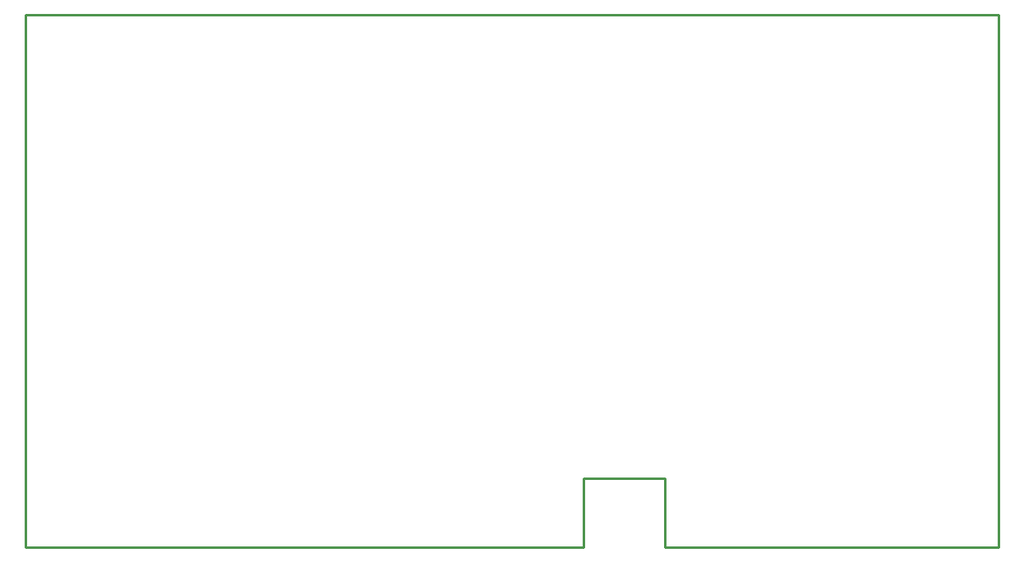
<source format=gko>
%FSLAX44Y44*%
%MOMM*%
G71*
G01*
G75*
G04 Layer_Color=16711935*
%ADD10C,0.2500*%
%ADD11R,0.3000X0.3000*%
%ADD12R,0.4500X1.3800*%
%ADD13R,0.7620X0.7620*%
%ADD14R,0.6000X0.5500*%
%ADD15R,0.7620X0.7620*%
%ADD16R,0.6200X0.5700*%
%ADD17R,0.9500X0.9500*%
%ADD18R,0.9600X0.9700*%
%ADD19R,0.5500X1.5000*%
%ADD20R,0.9500X0.9500*%
%ADD21R,1.0000X0.6000*%
%ADD22R,0.5500X0.6000*%
%ADD23R,1.2000X3.0000*%
%ADD24R,0.6000X1.0000*%
%ADD25R,1.5500X1.5500*%
%ADD26O,0.6000X0.3000*%
%ADD27R,0.5000X0.4000*%
%ADD28R,0.5700X0.6200*%
%ADD29R,2.4000X1.5000*%
%ADD30R,0.5900X0.4500*%
%ADD31R,0.3500X0.8500*%
%ADD32R,0.2000X1.0000*%
%ADD33R,0.3000X1.2000*%
%ADD34R,3.2000X1.2000*%
%ADD35R,0.4500X0.2000*%
%ADD36R,0.5000X0.2000*%
%ADD37R,0.2000X0.4500*%
%ADD38R,0.2000X0.5000*%
%ADD39R,0.4500X0.5900*%
%ADD40R,0.3000X1.4500*%
%ADD41R,1.1000X1.4000*%
%ADD42R,0.2300X1.0000*%
%ADD43R,0.4000X0.5500*%
%ADD44R,0.3000X0.5500*%
%ADD45R,1.2500X1.7500*%
%ADD46R,0.9700X0.9600*%
%ADD47R,2.1000X2.1000*%
%ADD48R,0.2500X0.6000*%
%ADD49R,0.6000X0.2500*%
%ADD50O,0.5000X1.6000*%
%ADD51R,0.3000X0.3000*%
%ADD52R,1.0160X1.7000*%
%ADD53R,1.0160X1.7000*%
%ADD54R,1.0000X1.5000*%
%ADD55O,0.3000X0.8000*%
%ADD56O,0.8000X0.3000*%
G04:AMPARAMS|DCode=57|XSize=0.75mm|YSize=1.6mm|CornerRadius=0.075mm|HoleSize=0mm|Usage=FLASHONLY|Rotation=270.000|XOffset=0mm|YOffset=0mm|HoleType=Round|Shape=RoundedRectangle|*
%AMROUNDEDRECTD57*
21,1,0.7500,1.4500,0,0,270.0*
21,1,0.6000,1.6000,0,0,270.0*
1,1,0.1500,-0.7250,-0.3000*
1,1,0.1500,-0.7250,0.3000*
1,1,0.1500,0.7250,0.3000*
1,1,0.1500,0.7250,-0.3000*
%
%ADD57ROUNDEDRECTD57*%
G04:AMPARAMS|DCode=58|XSize=0.6mm|YSize=1.8mm|CornerRadius=0.06mm|HoleSize=0mm|Usage=FLASHONLY|Rotation=270.000|XOffset=0mm|YOffset=0mm|HoleType=Round|Shape=RoundedRectangle|*
%AMROUNDEDRECTD58*
21,1,0.6000,1.6800,0,0,270.0*
21,1,0.4800,1.8000,0,0,270.0*
1,1,0.1200,-0.8400,-0.2400*
1,1,0.1200,-0.8400,0.2400*
1,1,0.1200,0.8400,0.2400*
1,1,0.1200,0.8400,-0.2400*
%
%ADD58ROUNDEDRECTD58*%
G04:AMPARAMS|DCode=59|XSize=1.3mm|YSize=0.7mm|CornerRadius=0.07mm|HoleSize=0mm|Usage=FLASHONLY|Rotation=270.000|XOffset=0mm|YOffset=0mm|HoleType=Round|Shape=RoundedRectangle|*
%AMROUNDEDRECTD59*
21,1,1.3000,0.5600,0,0,270.0*
21,1,1.1600,0.7000,0,0,270.0*
1,1,0.1400,-0.2800,-0.5800*
1,1,0.1400,-0.2800,0.5800*
1,1,0.1400,0.2800,0.5800*
1,1,0.1400,0.2800,-0.5800*
%
%ADD59ROUNDEDRECTD59*%
%ADD60R,3.2000X3.2000*%
%ADD61R,0.7500X0.3000*%
%ADD62R,0.3000X0.7500*%
%ADD63R,1.0160X1.2700*%
%ADD64R,0.4000X0.9000*%
%ADD65R,0.4000X0.5000*%
%ADD66R,1.3900X1.4000*%
%ADD67R,3.3600X4.8600*%
%ADD68R,1.4000X1.1000*%
%ADD69R,0.8500X0.3560*%
%ADD70R,2.6000X3.0000*%
%ADD71R,0.3000X1.7500*%
%ADD72R,2.0000X3.5000*%
%ADD73R,3.4000X2.4000*%
%ADD74R,1.7000X1.0160*%
%ADD75R,1.7000X1.0160*%
%ADD76R,1.4000X2.1000*%
%ADD77R,2.3700X1.9000*%
%ADD78R,1.1750X1.9000*%
%ADD79C,0.2000*%
%ADD80C,0.3000*%
%ADD81C,0.1500*%
%ADD82C,0.4000*%
%ADD83C,0.1800*%
%ADD84C,0.2200*%
%ADD85C,0.3500*%
%ADD86R,2.1000X10.0000*%
%ADD87R,2.6000X6.8000*%
%ADD88R,4.4000X3.2000*%
%ADD89R,2.2000X13.7000*%
%ADD90O,1.0000X1.6000*%
%ADD91C,0.6500*%
%ADD92C,6.0000*%
%ADD93O,1.2000X1.7000*%
%ADD94O,1.2000X1.9000*%
%ADD95C,0.7500*%
%ADD96O,1.4000X2.8500*%
%ADD97O,1.2000X2.2500*%
%ADD98C,0.5000*%
%ADD99C,1.5000*%
%ADD100R,1.5000X1.5000*%
%ADD101O,4.5000X2.0000*%
%ADD102O,2.0000X4.0000*%
%ADD103O,4.0000X2.0000*%
%ADD104C,1.7000*%
%ADD105C,3.2500*%
%ADD106C,1.6500*%
%ADD107C,2.6000*%
%ADD108C,1.9000*%
%ADD109R,1.7000X1.7000*%
%ADD110C,0.6000*%
%ADD111C,1.0160*%
%ADD112R,3.4000X0.8000*%
%ADD113R,6.2000X1.5000*%
%ADD114O,1.6160X2.2160*%
%ADD115C,1.4160*%
%ADD116C,4.7160*%
%ADD117O,1.6160X2.1160*%
%ADD118O,1.6160X2.3160*%
%ADD119C,1.5660*%
%ADD120C,2.0160*%
%ADD121O,1.9160X3.3660*%
%ADD122O,1.7160X2.7560*%
%ADD123C,1.9160*%
%ADD124C,2.0360*%
%ADD125O,2.0160X4.0160*%
%ADD126O,4.0160X2.0160*%
%ADD127C,1.9060*%
%ADD128C,4.2660*%
%ADD129C,2.0360*%
%ADD130C,2.7160*%
%ADD131C,2.6160*%
%ADD132C,2.1160*%
%ADD133C,1.1660*%
%ADD134C,1.2660*%
%ADD135C,1.2160*%
%ADD136C,0.0000*%
%ADD137C,0.0051*%
%ADD138O,4.5160X2.0160*%
%ADD139R,1.2000X0.3000*%
%ADD140R,2.7000X3.0000*%
%ADD141R,3.0000X2.7000*%
%ADD142C,0.2540*%
%ADD143C,0.1000*%
%ADD144C,0.5500*%
%ADD145C,0.2286*%
%ADD146C,0.1270*%
%ADD147C,0.1778*%
%ADD148C,0.1524*%
%ADD149C,0.1200*%
%ADD150R,0.5032X0.5032*%
%ADD151R,0.6532X1.5832*%
%ADD152R,0.9652X0.9652*%
%ADD153R,0.8032X0.7532*%
%ADD154R,0.9652X0.9652*%
%ADD155R,0.8232X0.7732*%
%ADD156R,1.1532X1.1532*%
%ADD157R,1.1632X1.1732*%
%ADD158R,0.7532X1.7032*%
%ADD159R,1.1532X1.1532*%
%ADD160R,1.2032X0.8032*%
%ADD161R,0.7532X0.8032*%
%ADD162R,1.4032X3.2032*%
%ADD163R,0.8032X1.2032*%
%ADD164R,1.7532X1.7532*%
%ADD165O,0.8032X0.5032*%
%ADD166R,0.7032X0.6032*%
%ADD167R,0.7732X0.8232*%
%ADD168R,2.6032X1.7032*%
%ADD169R,0.7932X0.6532*%
%ADD170R,0.5532X1.0532*%
%ADD171R,0.4032X1.2032*%
%ADD172R,0.5032X1.4032*%
%ADD173R,3.4032X1.4032*%
%ADD174R,0.6532X0.4032*%
%ADD175R,0.7032X0.4032*%
%ADD176R,0.4032X0.6532*%
%ADD177R,0.4032X0.7032*%
%ADD178R,0.6532X0.7932*%
%ADD179R,0.5032X1.6532*%
%ADD180R,1.3032X1.6032*%
%ADD181R,0.4332X1.2032*%
%ADD182R,0.6032X0.7532*%
%ADD183R,0.5032X0.7532*%
%ADD184R,1.4532X1.9532*%
%ADD185R,1.1732X1.1632*%
%ADD186R,2.3032X2.3032*%
%ADD187R,0.4532X0.8032*%
%ADD188R,0.8032X0.4532*%
%ADD189O,0.7032X1.8032*%
%ADD190R,0.5032X0.5032*%
%ADD191R,1.2192X1.9032*%
%ADD192R,1.2192X1.9032*%
%ADD193R,1.2032X1.7032*%
%ADD194O,0.5032X1.0032*%
%ADD195O,1.0032X0.5032*%
G04:AMPARAMS|DCode=196|XSize=0.9532mm|YSize=1.8032mm|CornerRadius=0.1766mm|HoleSize=0mm|Usage=FLASHONLY|Rotation=270.000|XOffset=0mm|YOffset=0mm|HoleType=Round|Shape=RoundedRectangle|*
%AMROUNDEDRECTD196*
21,1,0.9532,1.4500,0,0,270.0*
21,1,0.6000,1.8032,0,0,270.0*
1,1,0.3532,-0.7250,-0.3000*
1,1,0.3532,-0.7250,0.3000*
1,1,0.3532,0.7250,0.3000*
1,1,0.3532,0.7250,-0.3000*
%
%ADD196ROUNDEDRECTD196*%
G04:AMPARAMS|DCode=197|XSize=0.8032mm|YSize=2.0032mm|CornerRadius=0.1616mm|HoleSize=0mm|Usage=FLASHONLY|Rotation=270.000|XOffset=0mm|YOffset=0mm|HoleType=Round|Shape=RoundedRectangle|*
%AMROUNDEDRECTD197*
21,1,0.8032,1.6800,0,0,270.0*
21,1,0.4800,2.0032,0,0,270.0*
1,1,0.3232,-0.8400,-0.2400*
1,1,0.3232,-0.8400,0.2400*
1,1,0.3232,0.8400,0.2400*
1,1,0.3232,0.8400,-0.2400*
%
%ADD197ROUNDEDRECTD197*%
G04:AMPARAMS|DCode=198|XSize=1.5032mm|YSize=0.9032mm|CornerRadius=0.1716mm|HoleSize=0mm|Usage=FLASHONLY|Rotation=270.000|XOffset=0mm|YOffset=0mm|HoleType=Round|Shape=RoundedRectangle|*
%AMROUNDEDRECTD198*
21,1,1.5032,0.5600,0,0,270.0*
21,1,1.1600,0.9032,0,0,270.0*
1,1,0.3432,-0.2800,-0.5800*
1,1,0.3432,-0.2800,0.5800*
1,1,0.3432,0.2800,0.5800*
1,1,0.3432,0.2800,-0.5800*
%
%ADD198ROUNDEDRECTD198*%
%ADD199R,3.4032X3.4032*%
%ADD200R,0.9532X0.5032*%
%ADD201R,0.5032X0.9532*%
%ADD202R,1.2192X1.4732*%
%ADD203R,0.6032X1.1032*%
%ADD204R,0.6032X0.7032*%
%ADD205R,1.5932X1.6032*%
%ADD206R,3.5632X5.0632*%
%ADD207R,1.6032X1.3032*%
%ADD208R,1.0532X0.5592*%
%ADD209R,2.8032X3.2032*%
%ADD210R,0.5032X1.9532*%
%ADD211R,2.2032X3.7032*%
%ADD212R,3.6032X2.6032*%
%ADD213R,1.9032X1.2192*%
%ADD214R,1.9032X1.2192*%
%ADD215R,1.6032X2.3032*%
%ADD216R,2.5732X2.1032*%
%ADD217R,1.3782X2.1032*%
%ADD218O,1.2032X1.8032*%
%ADD219C,0.8532*%
%ADD220C,0.2032*%
%ADD221C,6.2032*%
%ADD222O,1.4032X1.9032*%
%ADD223O,1.4032X2.1032*%
%ADD224C,0.9532*%
%ADD225O,1.6032X3.0532*%
%ADD226O,1.4032X2.4532*%
%ADD227C,0.7032*%
%ADD228C,1.7032*%
%ADD229R,1.7032X1.7032*%
%ADD230O,4.7032X2.2032*%
%ADD231O,2.2032X4.2032*%
%ADD232O,4.2032X2.2032*%
%ADD233C,1.9032*%
%ADD234C,3.4532*%
%ADD235C,1.8532*%
%ADD236C,2.8032*%
%ADD237C,2.1032*%
%ADD238R,1.9032X1.9032*%
%ADD239R,1.4032X0.5032*%
%ADD240R,2.9032X3.2032*%
%ADD241R,3.2032X2.9032*%
%ADD242C,0.3810*%
%ADD243C,0.0254*%
%ADD244C,0.0010*%
%ADD245C,0.0500*%
%ADD246C,0.0508*%
D10*
X-341320Y0D02*
X0D01*
X-427320D02*
Y71000D01*
X-1002256Y0D02*
X-427320D01*
X-343320D02*
X-341320D01*
X-343320D02*
Y71000D01*
X-427320D02*
X-343320D01*
D142*
X-1002256Y-0D02*
Y550000D01*
X0D01*
Y0D02*
Y550000D01*
M02*

</source>
